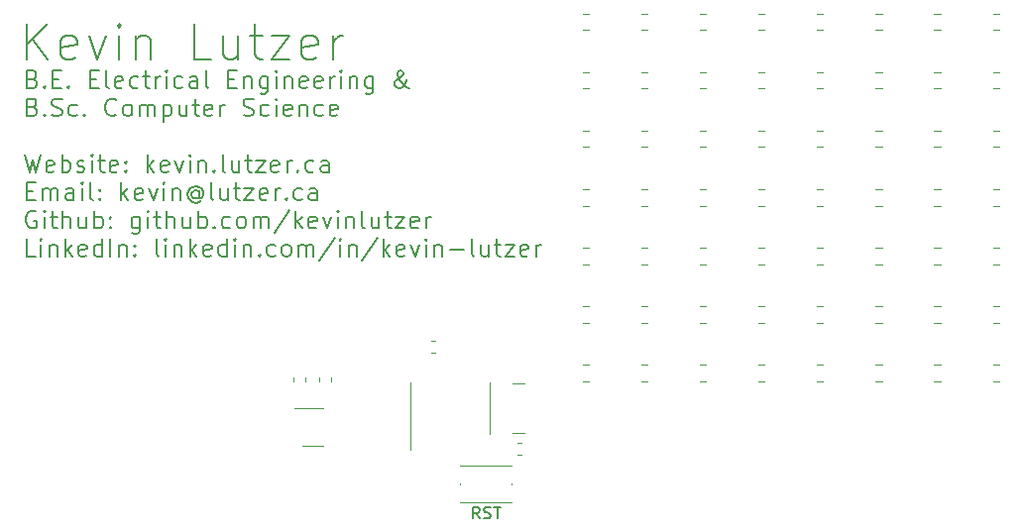
<source format=gbr>
G04 #@! TF.GenerationSoftware,KiCad,Pcbnew,(5.1.5-0-10_14)*
G04 #@! TF.CreationDate,2020-08-04T22:07:34-06:00*
G04 #@! TF.ProjectId,business_card_v1,62757369-6e65-4737-935f-636172645f76,rev?*
G04 #@! TF.SameCoordinates,Original*
G04 #@! TF.FileFunction,Legend,Top*
G04 #@! TF.FilePolarity,Positive*
%FSLAX46Y46*%
G04 Gerber Fmt 4.6, Leading zero omitted, Abs format (unit mm)*
G04 Created by KiCad (PCBNEW (5.1.5-0-10_14)) date 2020-08-04 22:07:34*
%MOMM*%
%LPD*%
G04 APERTURE LIST*
%ADD10C,0.142240*%
%ADD11C,0.203200*%
%ADD12C,0.120000*%
G04 APERTURE END LIST*
D10*
X145652380Y-124452380D02*
X145319047Y-123976190D01*
X145080952Y-124452380D02*
X145080952Y-123452380D01*
X145461904Y-123452380D01*
X145557142Y-123500000D01*
X145604761Y-123547619D01*
X145652380Y-123642857D01*
X145652380Y-123785714D01*
X145604761Y-123880952D01*
X145557142Y-123928571D01*
X145461904Y-123976190D01*
X145080952Y-123976190D01*
X146033333Y-124404761D02*
X146176190Y-124452380D01*
X146414285Y-124452380D01*
X146509523Y-124404761D01*
X146557142Y-124357142D01*
X146604761Y-124261904D01*
X146604761Y-124166666D01*
X146557142Y-124071428D01*
X146509523Y-124023809D01*
X146414285Y-123976190D01*
X146223809Y-123928571D01*
X146128571Y-123880952D01*
X146080952Y-123833333D01*
X146033333Y-123738095D01*
X146033333Y-123642857D01*
X146080952Y-123547619D01*
X146128571Y-123500000D01*
X146223809Y-123452380D01*
X146461904Y-123452380D01*
X146604761Y-123500000D01*
X146890476Y-123452380D02*
X147461904Y-123452380D01*
X147176190Y-124452380D02*
X147176190Y-123452380D01*
D11*
X107018365Y-85201142D02*
X107018365Y-82201142D01*
X108732651Y-85201142D02*
X107446937Y-83486857D01*
X108732651Y-82201142D02*
X107018365Y-83915428D01*
X111161222Y-85058285D02*
X110875508Y-85201142D01*
X110304080Y-85201142D01*
X110018365Y-85058285D01*
X109875508Y-84772571D01*
X109875508Y-83629714D01*
X110018365Y-83344000D01*
X110304080Y-83201142D01*
X110875508Y-83201142D01*
X111161222Y-83344000D01*
X111304080Y-83629714D01*
X111304080Y-83915428D01*
X109875508Y-84201142D01*
X112304080Y-83201142D02*
X113018365Y-85201142D01*
X113732651Y-83201142D01*
X114875508Y-85201142D02*
X114875508Y-83201142D01*
X114875508Y-82201142D02*
X114732651Y-82344000D01*
X114875508Y-82486857D01*
X115018365Y-82344000D01*
X114875508Y-82201142D01*
X114875508Y-82486857D01*
X116304080Y-83201142D02*
X116304080Y-85201142D01*
X116304080Y-83486857D02*
X116446937Y-83344000D01*
X116732651Y-83201142D01*
X117161222Y-83201142D01*
X117446937Y-83344000D01*
X117589794Y-83629714D01*
X117589794Y-85201142D01*
X122732651Y-85201142D02*
X121304080Y-85201142D01*
X121304080Y-82201142D01*
X125018365Y-83201142D02*
X125018365Y-85201142D01*
X123732651Y-83201142D02*
X123732651Y-84772571D01*
X123875508Y-85058285D01*
X124161222Y-85201142D01*
X124589794Y-85201142D01*
X124875508Y-85058285D01*
X125018365Y-84915428D01*
X126018365Y-83201142D02*
X127161222Y-83201142D01*
X126446937Y-82201142D02*
X126446937Y-84772571D01*
X126589794Y-85058285D01*
X126875508Y-85201142D01*
X127161222Y-85201142D01*
X127875508Y-83201142D02*
X129446937Y-83201142D01*
X127875508Y-85201142D01*
X129446937Y-85201142D01*
X131732651Y-85058285D02*
X131446937Y-85201142D01*
X130875508Y-85201142D01*
X130589794Y-85058285D01*
X130446937Y-84772571D01*
X130446937Y-83629714D01*
X130589794Y-83344000D01*
X130875508Y-83201142D01*
X131446937Y-83201142D01*
X131732651Y-83344000D01*
X131875508Y-83629714D01*
X131875508Y-83915428D01*
X130446937Y-84201142D01*
X133161222Y-85201142D02*
X133161222Y-83201142D01*
X133161222Y-83772571D02*
X133304080Y-83486857D01*
X133446937Y-83344000D01*
X133732651Y-83201142D01*
X134018365Y-83201142D01*
D10*
X107490698Y-86897417D02*
X107704984Y-86968845D01*
X107776413Y-87040274D01*
X107847841Y-87183131D01*
X107847841Y-87397417D01*
X107776413Y-87540274D01*
X107704984Y-87611702D01*
X107562127Y-87683131D01*
X106990698Y-87683131D01*
X106990698Y-86183131D01*
X107490698Y-86183131D01*
X107633556Y-86254560D01*
X107704984Y-86325988D01*
X107776413Y-86468845D01*
X107776413Y-86611702D01*
X107704984Y-86754560D01*
X107633556Y-86825988D01*
X107490698Y-86897417D01*
X106990698Y-86897417D01*
X108490698Y-87540274D02*
X108562127Y-87611702D01*
X108490698Y-87683131D01*
X108419270Y-87611702D01*
X108490698Y-87540274D01*
X108490698Y-87683131D01*
X109204984Y-86897417D02*
X109704984Y-86897417D01*
X109919270Y-87683131D02*
X109204984Y-87683131D01*
X109204984Y-86183131D01*
X109919270Y-86183131D01*
X110562127Y-87540274D02*
X110633556Y-87611702D01*
X110562127Y-87683131D01*
X110490698Y-87611702D01*
X110562127Y-87540274D01*
X110562127Y-87683131D01*
X112419270Y-86897417D02*
X112919270Y-86897417D01*
X113133556Y-87683131D02*
X112419270Y-87683131D01*
X112419270Y-86183131D01*
X113133556Y-86183131D01*
X113990698Y-87683131D02*
X113847841Y-87611702D01*
X113776413Y-87468845D01*
X113776413Y-86183131D01*
X115133556Y-87611702D02*
X114990698Y-87683131D01*
X114704984Y-87683131D01*
X114562127Y-87611702D01*
X114490698Y-87468845D01*
X114490698Y-86897417D01*
X114562127Y-86754560D01*
X114704984Y-86683131D01*
X114990698Y-86683131D01*
X115133556Y-86754560D01*
X115204984Y-86897417D01*
X115204984Y-87040274D01*
X114490698Y-87183131D01*
X116490698Y-87611702D02*
X116347841Y-87683131D01*
X116062127Y-87683131D01*
X115919270Y-87611702D01*
X115847841Y-87540274D01*
X115776413Y-87397417D01*
X115776413Y-86968845D01*
X115847841Y-86825988D01*
X115919270Y-86754560D01*
X116062127Y-86683131D01*
X116347841Y-86683131D01*
X116490698Y-86754560D01*
X116919270Y-86683131D02*
X117490698Y-86683131D01*
X117133556Y-86183131D02*
X117133556Y-87468845D01*
X117204984Y-87611702D01*
X117347841Y-87683131D01*
X117490698Y-87683131D01*
X117990698Y-87683131D02*
X117990698Y-86683131D01*
X117990698Y-86968845D02*
X118062127Y-86825988D01*
X118133556Y-86754560D01*
X118276413Y-86683131D01*
X118419270Y-86683131D01*
X118919270Y-87683131D02*
X118919270Y-86683131D01*
X118919270Y-86183131D02*
X118847841Y-86254560D01*
X118919270Y-86325988D01*
X118990698Y-86254560D01*
X118919270Y-86183131D01*
X118919270Y-86325988D01*
X120276413Y-87611702D02*
X120133556Y-87683131D01*
X119847841Y-87683131D01*
X119704984Y-87611702D01*
X119633556Y-87540274D01*
X119562127Y-87397417D01*
X119562127Y-86968845D01*
X119633556Y-86825988D01*
X119704984Y-86754560D01*
X119847841Y-86683131D01*
X120133556Y-86683131D01*
X120276413Y-86754560D01*
X121562127Y-87683131D02*
X121562127Y-86897417D01*
X121490698Y-86754560D01*
X121347841Y-86683131D01*
X121062127Y-86683131D01*
X120919270Y-86754560D01*
X121562127Y-87611702D02*
X121419270Y-87683131D01*
X121062127Y-87683131D01*
X120919270Y-87611702D01*
X120847841Y-87468845D01*
X120847841Y-87325988D01*
X120919270Y-87183131D01*
X121062127Y-87111702D01*
X121419270Y-87111702D01*
X121562127Y-87040274D01*
X122490698Y-87683131D02*
X122347841Y-87611702D01*
X122276413Y-87468845D01*
X122276413Y-86183131D01*
X124204984Y-86897417D02*
X124704984Y-86897417D01*
X124919270Y-87683131D02*
X124204984Y-87683131D01*
X124204984Y-86183131D01*
X124919270Y-86183131D01*
X125562127Y-86683131D02*
X125562127Y-87683131D01*
X125562127Y-86825988D02*
X125633556Y-86754560D01*
X125776413Y-86683131D01*
X125990698Y-86683131D01*
X126133556Y-86754560D01*
X126204984Y-86897417D01*
X126204984Y-87683131D01*
X127562127Y-86683131D02*
X127562127Y-87897417D01*
X127490698Y-88040274D01*
X127419270Y-88111702D01*
X127276413Y-88183131D01*
X127062127Y-88183131D01*
X126919270Y-88111702D01*
X127562127Y-87611702D02*
X127419270Y-87683131D01*
X127133556Y-87683131D01*
X126990698Y-87611702D01*
X126919270Y-87540274D01*
X126847841Y-87397417D01*
X126847841Y-86968845D01*
X126919270Y-86825988D01*
X126990698Y-86754560D01*
X127133556Y-86683131D01*
X127419270Y-86683131D01*
X127562127Y-86754560D01*
X128276413Y-87683131D02*
X128276413Y-86683131D01*
X128276413Y-86183131D02*
X128204984Y-86254560D01*
X128276413Y-86325988D01*
X128347841Y-86254560D01*
X128276413Y-86183131D01*
X128276413Y-86325988D01*
X128990698Y-86683131D02*
X128990698Y-87683131D01*
X128990698Y-86825988D02*
X129062127Y-86754560D01*
X129204984Y-86683131D01*
X129419270Y-86683131D01*
X129562127Y-86754560D01*
X129633556Y-86897417D01*
X129633556Y-87683131D01*
X130919270Y-87611702D02*
X130776413Y-87683131D01*
X130490698Y-87683131D01*
X130347841Y-87611702D01*
X130276413Y-87468845D01*
X130276413Y-86897417D01*
X130347841Y-86754560D01*
X130490698Y-86683131D01*
X130776413Y-86683131D01*
X130919270Y-86754560D01*
X130990698Y-86897417D01*
X130990698Y-87040274D01*
X130276413Y-87183131D01*
X132204984Y-87611702D02*
X132062127Y-87683131D01*
X131776413Y-87683131D01*
X131633556Y-87611702D01*
X131562127Y-87468845D01*
X131562127Y-86897417D01*
X131633556Y-86754560D01*
X131776413Y-86683131D01*
X132062127Y-86683131D01*
X132204984Y-86754560D01*
X132276413Y-86897417D01*
X132276413Y-87040274D01*
X131562127Y-87183131D01*
X132919270Y-87683131D02*
X132919270Y-86683131D01*
X132919270Y-86968845D02*
X132990698Y-86825988D01*
X133062127Y-86754560D01*
X133204984Y-86683131D01*
X133347841Y-86683131D01*
X133847841Y-87683131D02*
X133847841Y-86683131D01*
X133847841Y-86183131D02*
X133776413Y-86254560D01*
X133847841Y-86325988D01*
X133919270Y-86254560D01*
X133847841Y-86183131D01*
X133847841Y-86325988D01*
X134562127Y-86683131D02*
X134562127Y-87683131D01*
X134562127Y-86825988D02*
X134633556Y-86754560D01*
X134776413Y-86683131D01*
X134990698Y-86683131D01*
X135133556Y-86754560D01*
X135204984Y-86897417D01*
X135204984Y-87683131D01*
X136562127Y-86683131D02*
X136562127Y-87897417D01*
X136490698Y-88040274D01*
X136419270Y-88111702D01*
X136276413Y-88183131D01*
X136062127Y-88183131D01*
X135919270Y-88111702D01*
X136562127Y-87611702D02*
X136419270Y-87683131D01*
X136133556Y-87683131D01*
X135990698Y-87611702D01*
X135919270Y-87540274D01*
X135847841Y-87397417D01*
X135847841Y-86968845D01*
X135919270Y-86825988D01*
X135990698Y-86754560D01*
X136133556Y-86683131D01*
X136419270Y-86683131D01*
X136562127Y-86754560D01*
X139633556Y-87683131D02*
X139562127Y-87683131D01*
X139419270Y-87611702D01*
X139204984Y-87397417D01*
X138847841Y-86968845D01*
X138704984Y-86754560D01*
X138633556Y-86540274D01*
X138633556Y-86397417D01*
X138704984Y-86254560D01*
X138847841Y-86183131D01*
X138919270Y-86183131D01*
X139062127Y-86254560D01*
X139133556Y-86397417D01*
X139133556Y-86468845D01*
X139062127Y-86611702D01*
X138990698Y-86683131D01*
X138562127Y-86968845D01*
X138490698Y-87040274D01*
X138419270Y-87183131D01*
X138419270Y-87397417D01*
X138490698Y-87540274D01*
X138562127Y-87611702D01*
X138704984Y-87683131D01*
X138919270Y-87683131D01*
X139062127Y-87611702D01*
X139133556Y-87540274D01*
X139347841Y-87254560D01*
X139419270Y-87040274D01*
X139419270Y-86897417D01*
X107490698Y-89289657D02*
X107704984Y-89361085D01*
X107776413Y-89432514D01*
X107847841Y-89575371D01*
X107847841Y-89789657D01*
X107776413Y-89932514D01*
X107704984Y-90003942D01*
X107562127Y-90075371D01*
X106990698Y-90075371D01*
X106990698Y-88575371D01*
X107490698Y-88575371D01*
X107633556Y-88646800D01*
X107704984Y-88718228D01*
X107776413Y-88861085D01*
X107776413Y-89003942D01*
X107704984Y-89146800D01*
X107633556Y-89218228D01*
X107490698Y-89289657D01*
X106990698Y-89289657D01*
X108490698Y-89932514D02*
X108562127Y-90003942D01*
X108490698Y-90075371D01*
X108419270Y-90003942D01*
X108490698Y-89932514D01*
X108490698Y-90075371D01*
X109133556Y-90003942D02*
X109347841Y-90075371D01*
X109704984Y-90075371D01*
X109847841Y-90003942D01*
X109919270Y-89932514D01*
X109990698Y-89789657D01*
X109990698Y-89646800D01*
X109919270Y-89503942D01*
X109847841Y-89432514D01*
X109704984Y-89361085D01*
X109419270Y-89289657D01*
X109276413Y-89218228D01*
X109204984Y-89146800D01*
X109133556Y-89003942D01*
X109133556Y-88861085D01*
X109204984Y-88718228D01*
X109276413Y-88646800D01*
X109419270Y-88575371D01*
X109776413Y-88575371D01*
X109990698Y-88646800D01*
X111276413Y-90003942D02*
X111133556Y-90075371D01*
X110847841Y-90075371D01*
X110704984Y-90003942D01*
X110633556Y-89932514D01*
X110562127Y-89789657D01*
X110562127Y-89361085D01*
X110633556Y-89218228D01*
X110704984Y-89146800D01*
X110847841Y-89075371D01*
X111133556Y-89075371D01*
X111276413Y-89146800D01*
X111919270Y-89932514D02*
X111990698Y-90003942D01*
X111919270Y-90075371D01*
X111847841Y-90003942D01*
X111919270Y-89932514D01*
X111919270Y-90075371D01*
X114633556Y-89932514D02*
X114562127Y-90003942D01*
X114347841Y-90075371D01*
X114204984Y-90075371D01*
X113990698Y-90003942D01*
X113847841Y-89861085D01*
X113776413Y-89718228D01*
X113704984Y-89432514D01*
X113704984Y-89218228D01*
X113776413Y-88932514D01*
X113847841Y-88789657D01*
X113990698Y-88646800D01*
X114204984Y-88575371D01*
X114347841Y-88575371D01*
X114562127Y-88646800D01*
X114633556Y-88718228D01*
X115490698Y-90075371D02*
X115347841Y-90003942D01*
X115276413Y-89932514D01*
X115204984Y-89789657D01*
X115204984Y-89361085D01*
X115276413Y-89218228D01*
X115347841Y-89146800D01*
X115490698Y-89075371D01*
X115704984Y-89075371D01*
X115847841Y-89146800D01*
X115919270Y-89218228D01*
X115990698Y-89361085D01*
X115990698Y-89789657D01*
X115919270Y-89932514D01*
X115847841Y-90003942D01*
X115704984Y-90075371D01*
X115490698Y-90075371D01*
X116633556Y-90075371D02*
X116633556Y-89075371D01*
X116633556Y-89218228D02*
X116704984Y-89146800D01*
X116847841Y-89075371D01*
X117062127Y-89075371D01*
X117204984Y-89146800D01*
X117276413Y-89289657D01*
X117276413Y-90075371D01*
X117276413Y-89289657D02*
X117347841Y-89146800D01*
X117490698Y-89075371D01*
X117704984Y-89075371D01*
X117847841Y-89146800D01*
X117919270Y-89289657D01*
X117919270Y-90075371D01*
X118633556Y-89075371D02*
X118633556Y-90575371D01*
X118633556Y-89146800D02*
X118776413Y-89075371D01*
X119062127Y-89075371D01*
X119204984Y-89146800D01*
X119276413Y-89218228D01*
X119347841Y-89361085D01*
X119347841Y-89789657D01*
X119276413Y-89932514D01*
X119204984Y-90003942D01*
X119062127Y-90075371D01*
X118776413Y-90075371D01*
X118633556Y-90003942D01*
X120633556Y-89075371D02*
X120633556Y-90075371D01*
X119990698Y-89075371D02*
X119990698Y-89861085D01*
X120062127Y-90003942D01*
X120204984Y-90075371D01*
X120419270Y-90075371D01*
X120562127Y-90003942D01*
X120633556Y-89932514D01*
X121133556Y-89075371D02*
X121704984Y-89075371D01*
X121347841Y-88575371D02*
X121347841Y-89861085D01*
X121419270Y-90003942D01*
X121562127Y-90075371D01*
X121704984Y-90075371D01*
X122776413Y-90003942D02*
X122633556Y-90075371D01*
X122347841Y-90075371D01*
X122204984Y-90003942D01*
X122133556Y-89861085D01*
X122133556Y-89289657D01*
X122204984Y-89146800D01*
X122347841Y-89075371D01*
X122633556Y-89075371D01*
X122776413Y-89146800D01*
X122847841Y-89289657D01*
X122847841Y-89432514D01*
X122133556Y-89575371D01*
X123490698Y-90075371D02*
X123490698Y-89075371D01*
X123490698Y-89361085D02*
X123562127Y-89218228D01*
X123633556Y-89146800D01*
X123776413Y-89075371D01*
X123919270Y-89075371D01*
X125490698Y-90003942D02*
X125704984Y-90075371D01*
X126062127Y-90075371D01*
X126204984Y-90003942D01*
X126276413Y-89932514D01*
X126347841Y-89789657D01*
X126347841Y-89646800D01*
X126276413Y-89503942D01*
X126204984Y-89432514D01*
X126062127Y-89361085D01*
X125776413Y-89289657D01*
X125633556Y-89218228D01*
X125562127Y-89146800D01*
X125490698Y-89003942D01*
X125490698Y-88861085D01*
X125562127Y-88718228D01*
X125633556Y-88646800D01*
X125776413Y-88575371D01*
X126133556Y-88575371D01*
X126347841Y-88646800D01*
X127633556Y-90003942D02*
X127490698Y-90075371D01*
X127204984Y-90075371D01*
X127062127Y-90003942D01*
X126990698Y-89932514D01*
X126919270Y-89789657D01*
X126919270Y-89361085D01*
X126990698Y-89218228D01*
X127062127Y-89146800D01*
X127204984Y-89075371D01*
X127490698Y-89075371D01*
X127633556Y-89146800D01*
X128276413Y-90075371D02*
X128276413Y-89075371D01*
X128276413Y-88575371D02*
X128204984Y-88646800D01*
X128276413Y-88718228D01*
X128347841Y-88646800D01*
X128276413Y-88575371D01*
X128276413Y-88718228D01*
X129562127Y-90003942D02*
X129419270Y-90075371D01*
X129133556Y-90075371D01*
X128990698Y-90003942D01*
X128919270Y-89861085D01*
X128919270Y-89289657D01*
X128990698Y-89146800D01*
X129133556Y-89075371D01*
X129419270Y-89075371D01*
X129562127Y-89146800D01*
X129633556Y-89289657D01*
X129633556Y-89432514D01*
X128919270Y-89575371D01*
X130276413Y-89075371D02*
X130276413Y-90075371D01*
X130276413Y-89218228D02*
X130347841Y-89146800D01*
X130490698Y-89075371D01*
X130704984Y-89075371D01*
X130847841Y-89146800D01*
X130919270Y-89289657D01*
X130919270Y-90075371D01*
X132276413Y-90003942D02*
X132133556Y-90075371D01*
X131847841Y-90075371D01*
X131704984Y-90003942D01*
X131633556Y-89932514D01*
X131562127Y-89789657D01*
X131562127Y-89361085D01*
X131633556Y-89218228D01*
X131704984Y-89146800D01*
X131847841Y-89075371D01*
X132133556Y-89075371D01*
X132276413Y-89146800D01*
X133490698Y-90003942D02*
X133347841Y-90075371D01*
X133062127Y-90075371D01*
X132919270Y-90003942D01*
X132847841Y-89861085D01*
X132847841Y-89289657D01*
X132919270Y-89146800D01*
X133062127Y-89075371D01*
X133347841Y-89075371D01*
X133490698Y-89146800D01*
X133562127Y-89289657D01*
X133562127Y-89432514D01*
X132847841Y-89575371D01*
X106847841Y-93359851D02*
X107204984Y-94859851D01*
X107490698Y-93788422D01*
X107776413Y-94859851D01*
X108133556Y-93359851D01*
X109276413Y-94788422D02*
X109133556Y-94859851D01*
X108847841Y-94859851D01*
X108704984Y-94788422D01*
X108633556Y-94645565D01*
X108633556Y-94074137D01*
X108704984Y-93931280D01*
X108847841Y-93859851D01*
X109133556Y-93859851D01*
X109276413Y-93931280D01*
X109347841Y-94074137D01*
X109347841Y-94216994D01*
X108633556Y-94359851D01*
X109990698Y-94859851D02*
X109990698Y-93359851D01*
X109990698Y-93931280D02*
X110133556Y-93859851D01*
X110419270Y-93859851D01*
X110562127Y-93931280D01*
X110633556Y-94002708D01*
X110704984Y-94145565D01*
X110704984Y-94574137D01*
X110633556Y-94716994D01*
X110562127Y-94788422D01*
X110419270Y-94859851D01*
X110133556Y-94859851D01*
X109990698Y-94788422D01*
X111276413Y-94788422D02*
X111419270Y-94859851D01*
X111704984Y-94859851D01*
X111847841Y-94788422D01*
X111919270Y-94645565D01*
X111919270Y-94574137D01*
X111847841Y-94431280D01*
X111704984Y-94359851D01*
X111490698Y-94359851D01*
X111347841Y-94288422D01*
X111276413Y-94145565D01*
X111276413Y-94074137D01*
X111347841Y-93931280D01*
X111490698Y-93859851D01*
X111704984Y-93859851D01*
X111847841Y-93931280D01*
X112562127Y-94859851D02*
X112562127Y-93859851D01*
X112562127Y-93359851D02*
X112490698Y-93431280D01*
X112562127Y-93502708D01*
X112633556Y-93431280D01*
X112562127Y-93359851D01*
X112562127Y-93502708D01*
X113062127Y-93859851D02*
X113633556Y-93859851D01*
X113276413Y-93359851D02*
X113276413Y-94645565D01*
X113347841Y-94788422D01*
X113490698Y-94859851D01*
X113633556Y-94859851D01*
X114704984Y-94788422D02*
X114562127Y-94859851D01*
X114276413Y-94859851D01*
X114133556Y-94788422D01*
X114062127Y-94645565D01*
X114062127Y-94074137D01*
X114133556Y-93931280D01*
X114276413Y-93859851D01*
X114562127Y-93859851D01*
X114704984Y-93931280D01*
X114776413Y-94074137D01*
X114776413Y-94216994D01*
X114062127Y-94359851D01*
X115419270Y-94716994D02*
X115490698Y-94788422D01*
X115419270Y-94859851D01*
X115347841Y-94788422D01*
X115419270Y-94716994D01*
X115419270Y-94859851D01*
X115419270Y-93931280D02*
X115490698Y-94002708D01*
X115419270Y-94074137D01*
X115347841Y-94002708D01*
X115419270Y-93931280D01*
X115419270Y-94074137D01*
X117276413Y-94859851D02*
X117276413Y-93359851D01*
X117419270Y-94288422D02*
X117847841Y-94859851D01*
X117847841Y-93859851D02*
X117276413Y-94431280D01*
X119062127Y-94788422D02*
X118919270Y-94859851D01*
X118633556Y-94859851D01*
X118490698Y-94788422D01*
X118419270Y-94645565D01*
X118419270Y-94074137D01*
X118490698Y-93931280D01*
X118633556Y-93859851D01*
X118919270Y-93859851D01*
X119062127Y-93931280D01*
X119133556Y-94074137D01*
X119133556Y-94216994D01*
X118419270Y-94359851D01*
X119633556Y-93859851D02*
X119990698Y-94859851D01*
X120347841Y-93859851D01*
X120919270Y-94859851D02*
X120919270Y-93859851D01*
X120919270Y-93359851D02*
X120847841Y-93431280D01*
X120919270Y-93502708D01*
X120990698Y-93431280D01*
X120919270Y-93359851D01*
X120919270Y-93502708D01*
X121633556Y-93859851D02*
X121633556Y-94859851D01*
X121633556Y-94002708D02*
X121704984Y-93931280D01*
X121847841Y-93859851D01*
X122062127Y-93859851D01*
X122204984Y-93931280D01*
X122276413Y-94074137D01*
X122276413Y-94859851D01*
X122990698Y-94716994D02*
X123062127Y-94788422D01*
X122990698Y-94859851D01*
X122919270Y-94788422D01*
X122990698Y-94716994D01*
X122990698Y-94859851D01*
X123919270Y-94859851D02*
X123776413Y-94788422D01*
X123704984Y-94645565D01*
X123704984Y-93359851D01*
X125133556Y-93859851D02*
X125133556Y-94859851D01*
X124490698Y-93859851D02*
X124490698Y-94645565D01*
X124562127Y-94788422D01*
X124704984Y-94859851D01*
X124919270Y-94859851D01*
X125062127Y-94788422D01*
X125133556Y-94716994D01*
X125633556Y-93859851D02*
X126204984Y-93859851D01*
X125847841Y-93359851D02*
X125847841Y-94645565D01*
X125919270Y-94788422D01*
X126062127Y-94859851D01*
X126204984Y-94859851D01*
X126562127Y-93859851D02*
X127347841Y-93859851D01*
X126562127Y-94859851D01*
X127347841Y-94859851D01*
X128490698Y-94788422D02*
X128347841Y-94859851D01*
X128062127Y-94859851D01*
X127919270Y-94788422D01*
X127847841Y-94645565D01*
X127847841Y-94074137D01*
X127919270Y-93931280D01*
X128062127Y-93859851D01*
X128347841Y-93859851D01*
X128490698Y-93931280D01*
X128562127Y-94074137D01*
X128562127Y-94216994D01*
X127847841Y-94359851D01*
X129204984Y-94859851D02*
X129204984Y-93859851D01*
X129204984Y-94145565D02*
X129276413Y-94002708D01*
X129347841Y-93931280D01*
X129490698Y-93859851D01*
X129633556Y-93859851D01*
X130133556Y-94716994D02*
X130204984Y-94788422D01*
X130133556Y-94859851D01*
X130062127Y-94788422D01*
X130133556Y-94716994D01*
X130133556Y-94859851D01*
X131490698Y-94788422D02*
X131347841Y-94859851D01*
X131062127Y-94859851D01*
X130919270Y-94788422D01*
X130847841Y-94716994D01*
X130776413Y-94574137D01*
X130776413Y-94145565D01*
X130847841Y-94002708D01*
X130919270Y-93931280D01*
X131062127Y-93859851D01*
X131347841Y-93859851D01*
X131490698Y-93931280D01*
X132776413Y-94859851D02*
X132776413Y-94074137D01*
X132704984Y-93931280D01*
X132562127Y-93859851D01*
X132276413Y-93859851D01*
X132133556Y-93931280D01*
X132776413Y-94788422D02*
X132633556Y-94859851D01*
X132276413Y-94859851D01*
X132133556Y-94788422D01*
X132062127Y-94645565D01*
X132062127Y-94502708D01*
X132133556Y-94359851D01*
X132276413Y-94288422D01*
X132633556Y-94288422D01*
X132776413Y-94216994D01*
X106990698Y-96466377D02*
X107490698Y-96466377D01*
X107704984Y-97252091D02*
X106990698Y-97252091D01*
X106990698Y-95752091D01*
X107704984Y-95752091D01*
X108347841Y-97252091D02*
X108347841Y-96252091D01*
X108347841Y-96394948D02*
X108419270Y-96323520D01*
X108562127Y-96252091D01*
X108776413Y-96252091D01*
X108919270Y-96323520D01*
X108990698Y-96466377D01*
X108990698Y-97252091D01*
X108990698Y-96466377D02*
X109062127Y-96323520D01*
X109204984Y-96252091D01*
X109419270Y-96252091D01*
X109562127Y-96323520D01*
X109633556Y-96466377D01*
X109633556Y-97252091D01*
X110990698Y-97252091D02*
X110990698Y-96466377D01*
X110919270Y-96323520D01*
X110776413Y-96252091D01*
X110490698Y-96252091D01*
X110347841Y-96323520D01*
X110990698Y-97180662D02*
X110847841Y-97252091D01*
X110490698Y-97252091D01*
X110347841Y-97180662D01*
X110276413Y-97037805D01*
X110276413Y-96894948D01*
X110347841Y-96752091D01*
X110490698Y-96680662D01*
X110847841Y-96680662D01*
X110990698Y-96609234D01*
X111704984Y-97252091D02*
X111704984Y-96252091D01*
X111704984Y-95752091D02*
X111633556Y-95823520D01*
X111704984Y-95894948D01*
X111776413Y-95823520D01*
X111704984Y-95752091D01*
X111704984Y-95894948D01*
X112633556Y-97252091D02*
X112490698Y-97180662D01*
X112419270Y-97037805D01*
X112419270Y-95752091D01*
X113204984Y-97109234D02*
X113276413Y-97180662D01*
X113204984Y-97252091D01*
X113133556Y-97180662D01*
X113204984Y-97109234D01*
X113204984Y-97252091D01*
X113204984Y-96323520D02*
X113276413Y-96394948D01*
X113204984Y-96466377D01*
X113133556Y-96394948D01*
X113204984Y-96323520D01*
X113204984Y-96466377D01*
X115062127Y-97252091D02*
X115062127Y-95752091D01*
X115204984Y-96680662D02*
X115633556Y-97252091D01*
X115633556Y-96252091D02*
X115062127Y-96823520D01*
X116847841Y-97180662D02*
X116704984Y-97252091D01*
X116419270Y-97252091D01*
X116276413Y-97180662D01*
X116204984Y-97037805D01*
X116204984Y-96466377D01*
X116276413Y-96323520D01*
X116419270Y-96252091D01*
X116704984Y-96252091D01*
X116847841Y-96323520D01*
X116919270Y-96466377D01*
X116919270Y-96609234D01*
X116204984Y-96752091D01*
X117419270Y-96252091D02*
X117776413Y-97252091D01*
X118133556Y-96252091D01*
X118704984Y-97252091D02*
X118704984Y-96252091D01*
X118704984Y-95752091D02*
X118633556Y-95823520D01*
X118704984Y-95894948D01*
X118776413Y-95823520D01*
X118704984Y-95752091D01*
X118704984Y-95894948D01*
X119419270Y-96252091D02*
X119419270Y-97252091D01*
X119419270Y-96394948D02*
X119490698Y-96323520D01*
X119633556Y-96252091D01*
X119847841Y-96252091D01*
X119990698Y-96323520D01*
X120062127Y-96466377D01*
X120062127Y-97252091D01*
X121704984Y-96537805D02*
X121633556Y-96466377D01*
X121490698Y-96394948D01*
X121347841Y-96394948D01*
X121204984Y-96466377D01*
X121133556Y-96537805D01*
X121062127Y-96680662D01*
X121062127Y-96823520D01*
X121133556Y-96966377D01*
X121204984Y-97037805D01*
X121347841Y-97109234D01*
X121490698Y-97109234D01*
X121633556Y-97037805D01*
X121704984Y-96966377D01*
X121704984Y-96394948D02*
X121704984Y-96966377D01*
X121776413Y-97037805D01*
X121847841Y-97037805D01*
X121990698Y-96966377D01*
X122062127Y-96823520D01*
X122062127Y-96466377D01*
X121919270Y-96252091D01*
X121704984Y-96109234D01*
X121419270Y-96037805D01*
X121133556Y-96109234D01*
X120919270Y-96252091D01*
X120776413Y-96466377D01*
X120704984Y-96752091D01*
X120776413Y-97037805D01*
X120919270Y-97252091D01*
X121133556Y-97394948D01*
X121419270Y-97466377D01*
X121704984Y-97394948D01*
X121919270Y-97252091D01*
X122919270Y-97252091D02*
X122776413Y-97180662D01*
X122704984Y-97037805D01*
X122704984Y-95752091D01*
X124133556Y-96252091D02*
X124133556Y-97252091D01*
X123490698Y-96252091D02*
X123490698Y-97037805D01*
X123562127Y-97180662D01*
X123704984Y-97252091D01*
X123919270Y-97252091D01*
X124062127Y-97180662D01*
X124133556Y-97109234D01*
X124633556Y-96252091D02*
X125204984Y-96252091D01*
X124847841Y-95752091D02*
X124847841Y-97037805D01*
X124919270Y-97180662D01*
X125062127Y-97252091D01*
X125204984Y-97252091D01*
X125562127Y-96252091D02*
X126347841Y-96252091D01*
X125562127Y-97252091D01*
X126347841Y-97252091D01*
X127490698Y-97180662D02*
X127347841Y-97252091D01*
X127062127Y-97252091D01*
X126919270Y-97180662D01*
X126847841Y-97037805D01*
X126847841Y-96466377D01*
X126919270Y-96323520D01*
X127062127Y-96252091D01*
X127347841Y-96252091D01*
X127490698Y-96323520D01*
X127562127Y-96466377D01*
X127562127Y-96609234D01*
X126847841Y-96752091D01*
X128204984Y-97252091D02*
X128204984Y-96252091D01*
X128204984Y-96537805D02*
X128276413Y-96394948D01*
X128347841Y-96323520D01*
X128490698Y-96252091D01*
X128633556Y-96252091D01*
X129133556Y-97109234D02*
X129204984Y-97180662D01*
X129133556Y-97252091D01*
X129062127Y-97180662D01*
X129133556Y-97109234D01*
X129133556Y-97252091D01*
X130490698Y-97180662D02*
X130347841Y-97252091D01*
X130062127Y-97252091D01*
X129919270Y-97180662D01*
X129847841Y-97109234D01*
X129776413Y-96966377D01*
X129776413Y-96537805D01*
X129847841Y-96394948D01*
X129919270Y-96323520D01*
X130062127Y-96252091D01*
X130347841Y-96252091D01*
X130490698Y-96323520D01*
X131776413Y-97252091D02*
X131776413Y-96466377D01*
X131704984Y-96323520D01*
X131562127Y-96252091D01*
X131276413Y-96252091D01*
X131133556Y-96323520D01*
X131776413Y-97180662D02*
X131633556Y-97252091D01*
X131276413Y-97252091D01*
X131133556Y-97180662D01*
X131062127Y-97037805D01*
X131062127Y-96894948D01*
X131133556Y-96752091D01*
X131276413Y-96680662D01*
X131633556Y-96680662D01*
X131776413Y-96609234D01*
X107776413Y-98215760D02*
X107633556Y-98144331D01*
X107419270Y-98144331D01*
X107204984Y-98215760D01*
X107062127Y-98358617D01*
X106990698Y-98501474D01*
X106919270Y-98787188D01*
X106919270Y-99001474D01*
X106990698Y-99287188D01*
X107062127Y-99430045D01*
X107204984Y-99572902D01*
X107419270Y-99644331D01*
X107562127Y-99644331D01*
X107776413Y-99572902D01*
X107847841Y-99501474D01*
X107847841Y-99001474D01*
X107562127Y-99001474D01*
X108490698Y-99644331D02*
X108490698Y-98644331D01*
X108490698Y-98144331D02*
X108419270Y-98215760D01*
X108490698Y-98287188D01*
X108562127Y-98215760D01*
X108490698Y-98144331D01*
X108490698Y-98287188D01*
X108990698Y-98644331D02*
X109562127Y-98644331D01*
X109204984Y-98144331D02*
X109204984Y-99430045D01*
X109276413Y-99572902D01*
X109419270Y-99644331D01*
X109562127Y-99644331D01*
X110062127Y-99644331D02*
X110062127Y-98144331D01*
X110704984Y-99644331D02*
X110704984Y-98858617D01*
X110633556Y-98715760D01*
X110490698Y-98644331D01*
X110276413Y-98644331D01*
X110133556Y-98715760D01*
X110062127Y-98787188D01*
X112062127Y-98644331D02*
X112062127Y-99644331D01*
X111419270Y-98644331D02*
X111419270Y-99430045D01*
X111490698Y-99572902D01*
X111633556Y-99644331D01*
X111847841Y-99644331D01*
X111990698Y-99572902D01*
X112062127Y-99501474D01*
X112776413Y-99644331D02*
X112776413Y-98144331D01*
X112776413Y-98715760D02*
X112919270Y-98644331D01*
X113204984Y-98644331D01*
X113347841Y-98715760D01*
X113419270Y-98787188D01*
X113490698Y-98930045D01*
X113490698Y-99358617D01*
X113419270Y-99501474D01*
X113347841Y-99572902D01*
X113204984Y-99644331D01*
X112919270Y-99644331D01*
X112776413Y-99572902D01*
X114133556Y-99501474D02*
X114204984Y-99572902D01*
X114133556Y-99644331D01*
X114062127Y-99572902D01*
X114133556Y-99501474D01*
X114133556Y-99644331D01*
X114133556Y-98715760D02*
X114204984Y-98787188D01*
X114133556Y-98858617D01*
X114062127Y-98787188D01*
X114133556Y-98715760D01*
X114133556Y-98858617D01*
X116633556Y-98644331D02*
X116633556Y-99858617D01*
X116562127Y-100001474D01*
X116490698Y-100072902D01*
X116347841Y-100144331D01*
X116133556Y-100144331D01*
X115990698Y-100072902D01*
X116633556Y-99572902D02*
X116490698Y-99644331D01*
X116204984Y-99644331D01*
X116062127Y-99572902D01*
X115990698Y-99501474D01*
X115919270Y-99358617D01*
X115919270Y-98930045D01*
X115990698Y-98787188D01*
X116062127Y-98715760D01*
X116204984Y-98644331D01*
X116490698Y-98644331D01*
X116633556Y-98715760D01*
X117347841Y-99644331D02*
X117347841Y-98644331D01*
X117347841Y-98144331D02*
X117276413Y-98215760D01*
X117347841Y-98287188D01*
X117419270Y-98215760D01*
X117347841Y-98144331D01*
X117347841Y-98287188D01*
X117847841Y-98644331D02*
X118419270Y-98644331D01*
X118062127Y-98144331D02*
X118062127Y-99430045D01*
X118133556Y-99572902D01*
X118276413Y-99644331D01*
X118419270Y-99644331D01*
X118919270Y-99644331D02*
X118919270Y-98144331D01*
X119562127Y-99644331D02*
X119562127Y-98858617D01*
X119490698Y-98715760D01*
X119347841Y-98644331D01*
X119133556Y-98644331D01*
X118990698Y-98715760D01*
X118919270Y-98787188D01*
X120919270Y-98644331D02*
X120919270Y-99644331D01*
X120276413Y-98644331D02*
X120276413Y-99430045D01*
X120347841Y-99572902D01*
X120490698Y-99644331D01*
X120704984Y-99644331D01*
X120847841Y-99572902D01*
X120919270Y-99501474D01*
X121633556Y-99644331D02*
X121633556Y-98144331D01*
X121633556Y-98715760D02*
X121776413Y-98644331D01*
X122062127Y-98644331D01*
X122204984Y-98715760D01*
X122276413Y-98787188D01*
X122347841Y-98930045D01*
X122347841Y-99358617D01*
X122276413Y-99501474D01*
X122204984Y-99572902D01*
X122062127Y-99644331D01*
X121776413Y-99644331D01*
X121633556Y-99572902D01*
X122990698Y-99501474D02*
X123062127Y-99572902D01*
X122990698Y-99644331D01*
X122919270Y-99572902D01*
X122990698Y-99501474D01*
X122990698Y-99644331D01*
X124347841Y-99572902D02*
X124204984Y-99644331D01*
X123919270Y-99644331D01*
X123776413Y-99572902D01*
X123704984Y-99501474D01*
X123633556Y-99358617D01*
X123633556Y-98930045D01*
X123704984Y-98787188D01*
X123776413Y-98715760D01*
X123919270Y-98644331D01*
X124204984Y-98644331D01*
X124347841Y-98715760D01*
X125204984Y-99644331D02*
X125062127Y-99572902D01*
X124990698Y-99501474D01*
X124919270Y-99358617D01*
X124919270Y-98930045D01*
X124990698Y-98787188D01*
X125062127Y-98715760D01*
X125204984Y-98644331D01*
X125419270Y-98644331D01*
X125562127Y-98715760D01*
X125633556Y-98787188D01*
X125704984Y-98930045D01*
X125704984Y-99358617D01*
X125633556Y-99501474D01*
X125562127Y-99572902D01*
X125419270Y-99644331D01*
X125204984Y-99644331D01*
X126347841Y-99644331D02*
X126347841Y-98644331D01*
X126347841Y-98787188D02*
X126419270Y-98715760D01*
X126562127Y-98644331D01*
X126776413Y-98644331D01*
X126919270Y-98715760D01*
X126990698Y-98858617D01*
X126990698Y-99644331D01*
X126990698Y-98858617D02*
X127062127Y-98715760D01*
X127204984Y-98644331D01*
X127419270Y-98644331D01*
X127562127Y-98715760D01*
X127633556Y-98858617D01*
X127633556Y-99644331D01*
X129419270Y-98072902D02*
X128133556Y-100001474D01*
X129919270Y-99644331D02*
X129919270Y-98144331D01*
X130062127Y-99072902D02*
X130490698Y-99644331D01*
X130490698Y-98644331D02*
X129919270Y-99215760D01*
X131704984Y-99572902D02*
X131562127Y-99644331D01*
X131276413Y-99644331D01*
X131133556Y-99572902D01*
X131062127Y-99430045D01*
X131062127Y-98858617D01*
X131133556Y-98715760D01*
X131276413Y-98644331D01*
X131562127Y-98644331D01*
X131704984Y-98715760D01*
X131776413Y-98858617D01*
X131776413Y-99001474D01*
X131062127Y-99144331D01*
X132276413Y-98644331D02*
X132633556Y-99644331D01*
X132990698Y-98644331D01*
X133562127Y-99644331D02*
X133562127Y-98644331D01*
X133562127Y-98144331D02*
X133490698Y-98215760D01*
X133562127Y-98287188D01*
X133633556Y-98215760D01*
X133562127Y-98144331D01*
X133562127Y-98287188D01*
X134276413Y-98644331D02*
X134276413Y-99644331D01*
X134276413Y-98787188D02*
X134347841Y-98715760D01*
X134490698Y-98644331D01*
X134704984Y-98644331D01*
X134847841Y-98715760D01*
X134919270Y-98858617D01*
X134919270Y-99644331D01*
X135847841Y-99644331D02*
X135704984Y-99572902D01*
X135633556Y-99430045D01*
X135633556Y-98144331D01*
X137062127Y-98644331D02*
X137062127Y-99644331D01*
X136419270Y-98644331D02*
X136419270Y-99430045D01*
X136490698Y-99572902D01*
X136633556Y-99644331D01*
X136847841Y-99644331D01*
X136990698Y-99572902D01*
X137062127Y-99501474D01*
X137562127Y-98644331D02*
X138133556Y-98644331D01*
X137776413Y-98144331D02*
X137776413Y-99430045D01*
X137847841Y-99572902D01*
X137990698Y-99644331D01*
X138133556Y-99644331D01*
X138490698Y-98644331D02*
X139276413Y-98644331D01*
X138490698Y-99644331D01*
X139276413Y-99644331D01*
X140419270Y-99572902D02*
X140276413Y-99644331D01*
X139990698Y-99644331D01*
X139847841Y-99572902D01*
X139776413Y-99430045D01*
X139776413Y-98858617D01*
X139847841Y-98715760D01*
X139990698Y-98644331D01*
X140276413Y-98644331D01*
X140419270Y-98715760D01*
X140490698Y-98858617D01*
X140490698Y-99001474D01*
X139776413Y-99144331D01*
X141133556Y-99644331D02*
X141133556Y-98644331D01*
X141133556Y-98930045D02*
X141204984Y-98787188D01*
X141276413Y-98715760D01*
X141419270Y-98644331D01*
X141562127Y-98644331D01*
X107704984Y-102036571D02*
X106990698Y-102036571D01*
X106990698Y-100536571D01*
X108204984Y-102036571D02*
X108204984Y-101036571D01*
X108204984Y-100536571D02*
X108133556Y-100608000D01*
X108204984Y-100679428D01*
X108276413Y-100608000D01*
X108204984Y-100536571D01*
X108204984Y-100679428D01*
X108919270Y-101036571D02*
X108919270Y-102036571D01*
X108919270Y-101179428D02*
X108990698Y-101108000D01*
X109133556Y-101036571D01*
X109347841Y-101036571D01*
X109490698Y-101108000D01*
X109562127Y-101250857D01*
X109562127Y-102036571D01*
X110276413Y-102036571D02*
X110276413Y-100536571D01*
X110419270Y-101465142D02*
X110847841Y-102036571D01*
X110847841Y-101036571D02*
X110276413Y-101608000D01*
X112062127Y-101965142D02*
X111919270Y-102036571D01*
X111633556Y-102036571D01*
X111490698Y-101965142D01*
X111419270Y-101822285D01*
X111419270Y-101250857D01*
X111490698Y-101108000D01*
X111633556Y-101036571D01*
X111919270Y-101036571D01*
X112062127Y-101108000D01*
X112133556Y-101250857D01*
X112133556Y-101393714D01*
X111419270Y-101536571D01*
X113419270Y-102036571D02*
X113419270Y-100536571D01*
X113419270Y-101965142D02*
X113276413Y-102036571D01*
X112990698Y-102036571D01*
X112847841Y-101965142D01*
X112776413Y-101893714D01*
X112704984Y-101750857D01*
X112704984Y-101322285D01*
X112776413Y-101179428D01*
X112847841Y-101108000D01*
X112990698Y-101036571D01*
X113276413Y-101036571D01*
X113419270Y-101108000D01*
X114133556Y-102036571D02*
X114133556Y-100536571D01*
X114847841Y-101036571D02*
X114847841Y-102036571D01*
X114847841Y-101179428D02*
X114919270Y-101108000D01*
X115062127Y-101036571D01*
X115276413Y-101036571D01*
X115419270Y-101108000D01*
X115490698Y-101250857D01*
X115490698Y-102036571D01*
X116204984Y-101893714D02*
X116276413Y-101965142D01*
X116204984Y-102036571D01*
X116133556Y-101965142D01*
X116204984Y-101893714D01*
X116204984Y-102036571D01*
X116204984Y-101108000D02*
X116276413Y-101179428D01*
X116204984Y-101250857D01*
X116133556Y-101179428D01*
X116204984Y-101108000D01*
X116204984Y-101250857D01*
X118276413Y-102036571D02*
X118133556Y-101965142D01*
X118062127Y-101822285D01*
X118062127Y-100536571D01*
X118847841Y-102036571D02*
X118847841Y-101036571D01*
X118847841Y-100536571D02*
X118776413Y-100608000D01*
X118847841Y-100679428D01*
X118919270Y-100608000D01*
X118847841Y-100536571D01*
X118847841Y-100679428D01*
X119562127Y-101036571D02*
X119562127Y-102036571D01*
X119562127Y-101179428D02*
X119633556Y-101108000D01*
X119776413Y-101036571D01*
X119990698Y-101036571D01*
X120133556Y-101108000D01*
X120204984Y-101250857D01*
X120204984Y-102036571D01*
X120919270Y-102036571D02*
X120919270Y-100536571D01*
X121062127Y-101465142D02*
X121490698Y-102036571D01*
X121490698Y-101036571D02*
X120919270Y-101608000D01*
X122704984Y-101965142D02*
X122562127Y-102036571D01*
X122276413Y-102036571D01*
X122133556Y-101965142D01*
X122062127Y-101822285D01*
X122062127Y-101250857D01*
X122133556Y-101108000D01*
X122276413Y-101036571D01*
X122562127Y-101036571D01*
X122704984Y-101108000D01*
X122776413Y-101250857D01*
X122776413Y-101393714D01*
X122062127Y-101536571D01*
X124062127Y-102036571D02*
X124062127Y-100536571D01*
X124062127Y-101965142D02*
X123919270Y-102036571D01*
X123633556Y-102036571D01*
X123490698Y-101965142D01*
X123419270Y-101893714D01*
X123347841Y-101750857D01*
X123347841Y-101322285D01*
X123419270Y-101179428D01*
X123490698Y-101108000D01*
X123633556Y-101036571D01*
X123919270Y-101036571D01*
X124062127Y-101108000D01*
X124776413Y-102036571D02*
X124776413Y-101036571D01*
X124776413Y-100536571D02*
X124704984Y-100608000D01*
X124776413Y-100679428D01*
X124847841Y-100608000D01*
X124776413Y-100536571D01*
X124776413Y-100679428D01*
X125490698Y-101036571D02*
X125490698Y-102036571D01*
X125490698Y-101179428D02*
X125562127Y-101108000D01*
X125704984Y-101036571D01*
X125919270Y-101036571D01*
X126062127Y-101108000D01*
X126133556Y-101250857D01*
X126133556Y-102036571D01*
X126847841Y-101893714D02*
X126919270Y-101965142D01*
X126847841Y-102036571D01*
X126776413Y-101965142D01*
X126847841Y-101893714D01*
X126847841Y-102036571D01*
X128204984Y-101965142D02*
X128062127Y-102036571D01*
X127776413Y-102036571D01*
X127633556Y-101965142D01*
X127562127Y-101893714D01*
X127490698Y-101750857D01*
X127490698Y-101322285D01*
X127562127Y-101179428D01*
X127633556Y-101108000D01*
X127776413Y-101036571D01*
X128062127Y-101036571D01*
X128204984Y-101108000D01*
X129062127Y-102036571D02*
X128919270Y-101965142D01*
X128847841Y-101893714D01*
X128776413Y-101750857D01*
X128776413Y-101322285D01*
X128847841Y-101179428D01*
X128919270Y-101108000D01*
X129062127Y-101036571D01*
X129276413Y-101036571D01*
X129419270Y-101108000D01*
X129490698Y-101179428D01*
X129562127Y-101322285D01*
X129562127Y-101750857D01*
X129490698Y-101893714D01*
X129419270Y-101965142D01*
X129276413Y-102036571D01*
X129062127Y-102036571D01*
X130204984Y-102036571D02*
X130204984Y-101036571D01*
X130204984Y-101179428D02*
X130276413Y-101108000D01*
X130419270Y-101036571D01*
X130633556Y-101036571D01*
X130776413Y-101108000D01*
X130847841Y-101250857D01*
X130847841Y-102036571D01*
X130847841Y-101250857D02*
X130919270Y-101108000D01*
X131062127Y-101036571D01*
X131276413Y-101036571D01*
X131419270Y-101108000D01*
X131490698Y-101250857D01*
X131490698Y-102036571D01*
X133276413Y-100465142D02*
X131990698Y-102393714D01*
X133776413Y-102036571D02*
X133776413Y-101036571D01*
X133776413Y-100536571D02*
X133704984Y-100608000D01*
X133776413Y-100679428D01*
X133847841Y-100608000D01*
X133776413Y-100536571D01*
X133776413Y-100679428D01*
X134490698Y-101036571D02*
X134490698Y-102036571D01*
X134490698Y-101179428D02*
X134562127Y-101108000D01*
X134704984Y-101036571D01*
X134919270Y-101036571D01*
X135062127Y-101108000D01*
X135133556Y-101250857D01*
X135133556Y-102036571D01*
X136919270Y-100465142D02*
X135633556Y-102393714D01*
X137419270Y-102036571D02*
X137419270Y-100536571D01*
X137562127Y-101465142D02*
X137990698Y-102036571D01*
X137990698Y-101036571D02*
X137419270Y-101608000D01*
X139204984Y-101965142D02*
X139062127Y-102036571D01*
X138776413Y-102036571D01*
X138633556Y-101965142D01*
X138562127Y-101822285D01*
X138562127Y-101250857D01*
X138633556Y-101108000D01*
X138776413Y-101036571D01*
X139062127Y-101036571D01*
X139204984Y-101108000D01*
X139276413Y-101250857D01*
X139276413Y-101393714D01*
X138562127Y-101536571D01*
X139776413Y-101036571D02*
X140133556Y-102036571D01*
X140490698Y-101036571D01*
X141062127Y-102036571D02*
X141062127Y-101036571D01*
X141062127Y-100536571D02*
X140990698Y-100608000D01*
X141062127Y-100679428D01*
X141133556Y-100608000D01*
X141062127Y-100536571D01*
X141062127Y-100679428D01*
X141776413Y-101036571D02*
X141776413Y-102036571D01*
X141776413Y-101179428D02*
X141847841Y-101108000D01*
X141990698Y-101036571D01*
X142204984Y-101036571D01*
X142347841Y-101108000D01*
X142419270Y-101250857D01*
X142419270Y-102036571D01*
X143133556Y-101465142D02*
X144276413Y-101465142D01*
X145204984Y-102036571D02*
X145062127Y-101965142D01*
X144990698Y-101822285D01*
X144990698Y-100536571D01*
X146419270Y-101036571D02*
X146419270Y-102036571D01*
X145776413Y-101036571D02*
X145776413Y-101822285D01*
X145847841Y-101965142D01*
X145990698Y-102036571D01*
X146204984Y-102036571D01*
X146347841Y-101965142D01*
X146419270Y-101893714D01*
X146919270Y-101036571D02*
X147490698Y-101036571D01*
X147133556Y-100536571D02*
X147133556Y-101822285D01*
X147204984Y-101965142D01*
X147347841Y-102036571D01*
X147490698Y-102036571D01*
X147847841Y-101036571D02*
X148633556Y-101036571D01*
X147847841Y-102036571D01*
X148633556Y-102036571D01*
X149776413Y-101965142D02*
X149633556Y-102036571D01*
X149347841Y-102036571D01*
X149204984Y-101965142D01*
X149133556Y-101822285D01*
X149133556Y-101250857D01*
X149204984Y-101108000D01*
X149347841Y-101036571D01*
X149633556Y-101036571D01*
X149776413Y-101108000D01*
X149847841Y-101250857D01*
X149847841Y-101393714D01*
X149133556Y-101536571D01*
X150490698Y-102036571D02*
X150490698Y-101036571D01*
X150490698Y-101322285D02*
X150562127Y-101179428D01*
X150633556Y-101108000D01*
X150776413Y-101036571D01*
X150919270Y-101036571D01*
D12*
X190008578Y-101290000D02*
X189491422Y-101290000D01*
X190008578Y-102710000D02*
X189491422Y-102710000D01*
X185008578Y-101290000D02*
X184491422Y-101290000D01*
X185008578Y-102710000D02*
X184491422Y-102710000D01*
X180008578Y-101290000D02*
X179491422Y-101290000D01*
X180008578Y-102710000D02*
X179491422Y-102710000D01*
X175008578Y-101290000D02*
X174491422Y-101290000D01*
X175008578Y-102710000D02*
X174491422Y-102710000D01*
X170008578Y-101290000D02*
X169491422Y-101290000D01*
X170008578Y-102710000D02*
X169491422Y-102710000D01*
X165008578Y-101290000D02*
X164491422Y-101290000D01*
X165008578Y-102710000D02*
X164491422Y-102710000D01*
X160008578Y-101290000D02*
X159491422Y-101290000D01*
X160008578Y-102710000D02*
X159491422Y-102710000D01*
X155008578Y-101290000D02*
X154491422Y-101290000D01*
X155008578Y-102710000D02*
X154491422Y-102710000D01*
X190008578Y-111290000D02*
X189491422Y-111290000D01*
X190008578Y-112710000D02*
X189491422Y-112710000D01*
X185008578Y-111290000D02*
X184491422Y-111290000D01*
X185008578Y-112710000D02*
X184491422Y-112710000D01*
X180008578Y-111290000D02*
X179491422Y-111290000D01*
X180008578Y-112710000D02*
X179491422Y-112710000D01*
X175008578Y-111290000D02*
X174491422Y-111290000D01*
X175008578Y-112710000D02*
X174491422Y-112710000D01*
X170008578Y-111290000D02*
X169491422Y-111290000D01*
X170008578Y-112710000D02*
X169491422Y-112710000D01*
X165008578Y-111290000D02*
X164491422Y-111290000D01*
X165008578Y-112710000D02*
X164491422Y-112710000D01*
X160008578Y-111290000D02*
X159491422Y-111290000D01*
X160008578Y-112710000D02*
X159491422Y-112710000D01*
X155008578Y-111290000D02*
X154491422Y-111290000D01*
X155008578Y-112710000D02*
X154491422Y-112710000D01*
X190008578Y-106290000D02*
X189491422Y-106290000D01*
X190008578Y-107710000D02*
X189491422Y-107710000D01*
X185008578Y-106290000D02*
X184491422Y-106290000D01*
X185008578Y-107710000D02*
X184491422Y-107710000D01*
X180008578Y-106290000D02*
X179491422Y-106290000D01*
X180008578Y-107710000D02*
X179491422Y-107710000D01*
X175008578Y-106290000D02*
X174491422Y-106290000D01*
X175008578Y-107710000D02*
X174491422Y-107710000D01*
X170008578Y-106290000D02*
X169491422Y-106290000D01*
X170008578Y-107710000D02*
X169491422Y-107710000D01*
X165008578Y-106290000D02*
X164491422Y-106290000D01*
X165008578Y-107710000D02*
X164491422Y-107710000D01*
X160008578Y-106290000D02*
X159491422Y-106290000D01*
X160008578Y-107710000D02*
X159491422Y-107710000D01*
X155008578Y-106290000D02*
X154491422Y-106290000D01*
X155008578Y-107710000D02*
X154491422Y-107710000D01*
X190008578Y-96290000D02*
X189491422Y-96290000D01*
X190008578Y-97710000D02*
X189491422Y-97710000D01*
X185008578Y-96290000D02*
X184491422Y-96290000D01*
X185008578Y-97710000D02*
X184491422Y-97710000D01*
X180008578Y-96290000D02*
X179491422Y-96290000D01*
X180008578Y-97710000D02*
X179491422Y-97710000D01*
X175008578Y-96290000D02*
X174491422Y-96290000D01*
X175008578Y-97710000D02*
X174491422Y-97710000D01*
X170008578Y-96290000D02*
X169491422Y-96290000D01*
X170008578Y-97710000D02*
X169491422Y-97710000D01*
X165008578Y-96290000D02*
X164491422Y-96290000D01*
X165008578Y-97710000D02*
X164491422Y-97710000D01*
X160008578Y-96290000D02*
X159491422Y-96290000D01*
X160008578Y-97710000D02*
X159491422Y-97710000D01*
X155008578Y-96290000D02*
X154491422Y-96290000D01*
X155008578Y-97710000D02*
X154491422Y-97710000D01*
X190008578Y-91290000D02*
X189491422Y-91290000D01*
X190008578Y-92710000D02*
X189491422Y-92710000D01*
X185008578Y-91290000D02*
X184491422Y-91290000D01*
X185008578Y-92710000D02*
X184491422Y-92710000D01*
X180008578Y-91290000D02*
X179491422Y-91290000D01*
X180008578Y-92710000D02*
X179491422Y-92710000D01*
X175008578Y-91290000D02*
X174491422Y-91290000D01*
X175008578Y-92710000D02*
X174491422Y-92710000D01*
X170008578Y-91290000D02*
X169491422Y-91290000D01*
X170008578Y-92710000D02*
X169491422Y-92710000D01*
X165008578Y-91290000D02*
X164491422Y-91290000D01*
X165008578Y-92710000D02*
X164491422Y-92710000D01*
X160008578Y-91290000D02*
X159491422Y-91290000D01*
X160008578Y-92710000D02*
X159491422Y-92710000D01*
X155008578Y-91290000D02*
X154491422Y-91290000D01*
X155008578Y-92710000D02*
X154491422Y-92710000D01*
X190008578Y-86290000D02*
X189491422Y-86290000D01*
X190008578Y-87710000D02*
X189491422Y-87710000D01*
X185008578Y-86290000D02*
X184491422Y-86290000D01*
X185008578Y-87710000D02*
X184491422Y-87710000D01*
X180008578Y-86290000D02*
X179491422Y-86290000D01*
X180008578Y-87710000D02*
X179491422Y-87710000D01*
X175008578Y-86290000D02*
X174491422Y-86290000D01*
X175008578Y-87710000D02*
X174491422Y-87710000D01*
X170008578Y-86290000D02*
X169491422Y-86290000D01*
X170008578Y-87710000D02*
X169491422Y-87710000D01*
X165008578Y-86290000D02*
X164491422Y-86290000D01*
X165008578Y-87710000D02*
X164491422Y-87710000D01*
X160008578Y-86290000D02*
X159491422Y-86290000D01*
X160008578Y-87710000D02*
X159491422Y-87710000D01*
X155008578Y-86290000D02*
X154491422Y-86290000D01*
X155008578Y-87710000D02*
X154491422Y-87710000D01*
X190008578Y-81290000D02*
X189491422Y-81290000D01*
X190008578Y-82710000D02*
X189491422Y-82710000D01*
X185008578Y-81290000D02*
X184491422Y-81290000D01*
X185008578Y-82710000D02*
X184491422Y-82710000D01*
X180008578Y-81290000D02*
X179491422Y-81290000D01*
X180008578Y-82710000D02*
X179491422Y-82710000D01*
X175008578Y-81290000D02*
X174491422Y-81290000D01*
X175008578Y-82710000D02*
X174491422Y-82710000D01*
X170008578Y-81290000D02*
X169491422Y-81290000D01*
X170008578Y-82710000D02*
X169491422Y-82710000D01*
X165008578Y-81290000D02*
X164491422Y-81290000D01*
X165008578Y-82710000D02*
X164491422Y-82710000D01*
X160008578Y-81290000D02*
X159491422Y-81290000D01*
X160008578Y-82710000D02*
X159491422Y-82710000D01*
X155008578Y-81290000D02*
X154491422Y-81290000D01*
X155008578Y-82710000D02*
X154491422Y-82710000D01*
X149192779Y-117965000D02*
X148867221Y-117965000D01*
X149192779Y-118985000D02*
X148867221Y-118985000D01*
X149450000Y-112880000D02*
X148450000Y-112880000D01*
X149450000Y-117120000D02*
X148450000Y-117120000D01*
X139762500Y-115000500D02*
X139762500Y-118600500D01*
X139762500Y-115000500D02*
X139762500Y-112800500D01*
X146532500Y-115000500D02*
X146532500Y-117200500D01*
X146532500Y-115000500D02*
X146532500Y-112800500D01*
X144000000Y-121550000D02*
X144000000Y-121450000D01*
X148400000Y-119950000D02*
X144000000Y-119950000D01*
X144000000Y-123050000D02*
X148400000Y-123050000D01*
X148400000Y-121550000D02*
X148400000Y-121450000D01*
X141497221Y-110260000D02*
X141822779Y-110260000D01*
X141497221Y-109240000D02*
X141822779Y-109240000D01*
X133010000Y-112762779D02*
X133010000Y-112437221D01*
X131990000Y-112762779D02*
X131990000Y-112437221D01*
X129790000Y-112762779D02*
X129790000Y-112437221D01*
X130810000Y-112762779D02*
X130810000Y-112437221D01*
X132300000Y-115005000D02*
X129850000Y-115005000D01*
X130500000Y-118225000D02*
X132300000Y-118225000D01*
M02*

</source>
